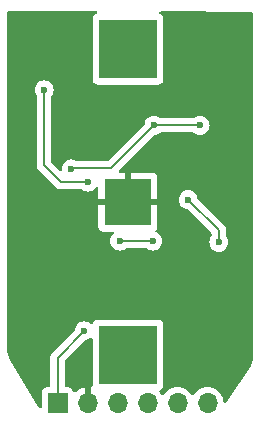
<source format=gbr>
%TF.GenerationSoftware,KiCad,Pcbnew,8.0.6*%
%TF.CreationDate,2024-11-07T13:03:47-03:00*%
%TF.ProjectId,dice-keychain,64696365-2d6b-4657-9963-6861696e2e6b,rev?*%
%TF.SameCoordinates,Original*%
%TF.FileFunction,Copper,L2,Bot*%
%TF.FilePolarity,Positive*%
%FSLAX46Y46*%
G04 Gerber Fmt 4.6, Leading zero omitted, Abs format (unit mm)*
G04 Created by KiCad (PCBNEW 8.0.6) date 2024-11-07 13:03:47*
%MOMM*%
%LPD*%
G01*
G04 APERTURE LIST*
%TA.AperFunction,ComponentPad*%
%ADD10R,1.700000X1.700000*%
%TD*%
%TA.AperFunction,ComponentPad*%
%ADD11O,1.700000X1.700000*%
%TD*%
%TA.AperFunction,SMDPad,CuDef*%
%ADD12R,4.000000X4.000000*%
%TD*%
%TA.AperFunction,SMDPad,CuDef*%
%ADD13R,5.000000X5.000000*%
%TD*%
%TA.AperFunction,ViaPad*%
%ADD14C,0.600000*%
%TD*%
%TA.AperFunction,Conductor*%
%ADD15C,0.200000*%
%TD*%
G04 APERTURE END LIST*
D10*
%TO.P,J1,1,Pin_1*%
%TO.N,VCC*%
X105340000Y-93900000D03*
D11*
%TO.P,J1,2,Pin_2*%
%TO.N,GND*%
X107880000Y-93900000D03*
%TO.P,J1,3,Pin_3*%
%TO.N,D10_Reset*%
X110420000Y-93900000D03*
%TO.P,J1,4,Pin_4*%
%TO.N,D11_Mosi*%
X112960000Y-93900000D03*
%TO.P,J1,5,Pin_5*%
%TO.N,D12_Miso*%
X115500000Y-93900000D03*
%TO.P,J1,6,Pin_6*%
%TO.N,D13_Sck*%
X118040000Y-93900000D03*
%TD*%
D12*
%TO.P,BT1,2,-*%
%TO.N,GND*%
X111300000Y-76900000D03*
D13*
%TO.P,BT1,1,+*%
%TO.N,Net-(BT1-+)*%
X111300000Y-89850000D03*
X111300000Y-63950000D03*
%TD*%
D14*
%TO.N,GND*%
X103700000Y-92800000D03*
X106800000Y-92600000D03*
X107600000Y-81600000D03*
X110400000Y-72300000D03*
%TO.N,Net-(D3-K)*%
X113500000Y-70400000D03*
X117400000Y-70400000D03*
X106500000Y-74100000D03*
%TO.N,LED1*%
X107900000Y-75200000D03*
%TO.N,VCC*%
X107600000Y-87800000D03*
%TO.N,D13_Sck*%
X116395000Y-76695000D03*
X119000000Y-80300000D03*
%TO.N,D11_Mosi*%
X110600000Y-80200000D03*
X113400000Y-80200000D03*
%TO.N,Net-(BT1-+)*%
X109900000Y-88000000D03*
X113100000Y-88000000D03*
%TO.N,LED1*%
X104200000Y-67400000D03*
%TD*%
D15*
%TO.N,Net-(D3-K)*%
X117400000Y-70400000D02*
X113500000Y-70400000D01*
X106600000Y-74000000D02*
X109900000Y-74000000D01*
X106500000Y-74100000D02*
X106600000Y-74000000D01*
X109900000Y-74000000D02*
X113500000Y-70400000D01*
%TO.N,LED1*%
X105600000Y-75200000D02*
X107900000Y-75200000D01*
%TO.N,VCC*%
X105340000Y-90060000D02*
X105340000Y-93900000D01*
X107600000Y-87800000D02*
X105340000Y-90060000D01*
%TO.N,D13_Sck*%
X116395000Y-76695000D02*
X119000000Y-79300000D01*
X119000000Y-79300000D02*
X119000000Y-80300000D01*
%TO.N,D11_Mosi*%
X113400000Y-80200000D02*
X110600000Y-80200000D01*
%TO.N,LED1*%
X104200000Y-73800000D02*
X105600000Y-75200000D01*
X104200000Y-67400000D02*
X104200000Y-73800000D01*
%TD*%
%TA.AperFunction,Conductor*%
%TO.N,GND*%
G36*
X108592274Y-60737166D02*
G01*
X108659220Y-60757158D01*
X108704732Y-60810171D01*
X108714359Y-60879375D01*
X108685042Y-60942797D01*
X108635037Y-60977347D01*
X108557669Y-61006203D01*
X108557664Y-61006206D01*
X108442455Y-61092452D01*
X108442452Y-61092455D01*
X108356206Y-61207664D01*
X108356202Y-61207671D01*
X108305908Y-61342517D01*
X108299501Y-61402116D01*
X108299501Y-61402123D01*
X108299500Y-61402135D01*
X108299500Y-66497870D01*
X108299501Y-66497876D01*
X108305908Y-66557483D01*
X108356202Y-66692328D01*
X108356206Y-66692335D01*
X108442452Y-66807544D01*
X108442455Y-66807547D01*
X108557664Y-66893793D01*
X108557671Y-66893797D01*
X108692517Y-66944091D01*
X108692516Y-66944091D01*
X108699444Y-66944835D01*
X108752127Y-66950500D01*
X113847872Y-66950499D01*
X113907483Y-66944091D01*
X114042331Y-66893796D01*
X114157546Y-66807546D01*
X114243796Y-66692331D01*
X114294091Y-66557483D01*
X114300500Y-66497873D01*
X114300499Y-61402128D01*
X114294091Y-61342517D01*
X114243796Y-61207669D01*
X114243795Y-61207668D01*
X114243793Y-61207664D01*
X114157547Y-61092455D01*
X114157544Y-61092452D01*
X114042335Y-61006206D01*
X114042329Y-61006203D01*
X114032407Y-61002502D01*
X113976475Y-60960629D01*
X113952060Y-60895164D01*
X113966913Y-60826891D01*
X114016320Y-60777487D01*
X114076309Y-60762322D01*
X121776071Y-60797642D01*
X121843017Y-60817634D01*
X121888529Y-60870647D01*
X121899500Y-60921641D01*
X121899500Y-90192565D01*
X121892288Y-90234236D01*
X121722909Y-90708943D01*
X121709295Y-90736055D01*
X119615282Y-93877074D01*
X119561717Y-93921935D01*
X119492401Y-93930715D01*
X119429342Y-93900626D01*
X119392561Y-93841222D01*
X119388581Y-93819106D01*
X119375063Y-93664592D01*
X119313903Y-93436337D01*
X119214035Y-93222171D01*
X119208425Y-93214158D01*
X119078494Y-93028597D01*
X118911402Y-92861506D01*
X118911395Y-92861501D01*
X118717834Y-92725967D01*
X118717830Y-92725965D01*
X118717828Y-92725964D01*
X118503663Y-92626097D01*
X118503659Y-92626096D01*
X118503655Y-92626094D01*
X118275413Y-92564938D01*
X118275403Y-92564936D01*
X118040001Y-92544341D01*
X118039999Y-92544341D01*
X117804596Y-92564936D01*
X117804586Y-92564938D01*
X117576344Y-92626094D01*
X117576335Y-92626098D01*
X117362171Y-92725964D01*
X117362169Y-92725965D01*
X117168597Y-92861505D01*
X117001505Y-93028597D01*
X116871575Y-93214158D01*
X116816998Y-93257783D01*
X116747500Y-93264977D01*
X116685145Y-93233454D01*
X116668425Y-93214158D01*
X116538494Y-93028597D01*
X116371402Y-92861506D01*
X116371395Y-92861501D01*
X116177834Y-92725967D01*
X116177830Y-92725965D01*
X116177828Y-92725964D01*
X115963663Y-92626097D01*
X115963659Y-92626096D01*
X115963655Y-92626094D01*
X115735413Y-92564938D01*
X115735403Y-92564936D01*
X115500001Y-92544341D01*
X115499999Y-92544341D01*
X115264596Y-92564936D01*
X115264586Y-92564938D01*
X115036344Y-92626094D01*
X115036335Y-92626098D01*
X114822171Y-92725964D01*
X114822169Y-92725965D01*
X114628597Y-92861505D01*
X114461505Y-93028597D01*
X114331575Y-93214158D01*
X114276998Y-93257783D01*
X114207500Y-93264977D01*
X114145145Y-93233454D01*
X114128425Y-93214158D01*
X113998494Y-93028597D01*
X113975821Y-93005924D01*
X113942336Y-92944601D01*
X113947320Y-92874909D01*
X113989192Y-92818976D01*
X114020164Y-92802063D01*
X114042331Y-92793796D01*
X114157546Y-92707546D01*
X114243796Y-92592331D01*
X114294091Y-92457483D01*
X114300500Y-92397873D01*
X114300499Y-87302128D01*
X114294091Y-87242517D01*
X114262335Y-87157376D01*
X114243797Y-87107671D01*
X114243793Y-87107664D01*
X114157547Y-86992455D01*
X114157544Y-86992452D01*
X114042335Y-86906206D01*
X114042328Y-86906202D01*
X113907482Y-86855908D01*
X113907483Y-86855908D01*
X113847883Y-86849501D01*
X113847881Y-86849500D01*
X113847873Y-86849500D01*
X113847864Y-86849500D01*
X108752129Y-86849500D01*
X108752123Y-86849501D01*
X108692516Y-86855908D01*
X108557671Y-86906202D01*
X108557664Y-86906206D01*
X108442455Y-86992452D01*
X108442452Y-86992455D01*
X108356206Y-87107664D01*
X108356203Y-87107669D01*
X108337664Y-87157376D01*
X108295792Y-87213309D01*
X108230328Y-87237726D01*
X108162055Y-87222874D01*
X108133801Y-87201723D01*
X108102262Y-87170184D01*
X107949523Y-87074211D01*
X107779254Y-87014631D01*
X107779249Y-87014630D01*
X107600004Y-86994435D01*
X107599996Y-86994435D01*
X107420750Y-87014630D01*
X107420745Y-87014631D01*
X107250476Y-87074211D01*
X107097737Y-87170184D01*
X106970184Y-87297737D01*
X106874210Y-87450478D01*
X106814630Y-87620750D01*
X106804837Y-87707667D01*
X106777770Y-87772081D01*
X106769298Y-87781464D01*
X104971286Y-89579478D01*
X104859481Y-89691282D01*
X104859479Y-89691285D01*
X104836538Y-89731021D01*
X104813596Y-89770758D01*
X104780423Y-89828215D01*
X104739499Y-89980943D01*
X104739499Y-89980945D01*
X104739499Y-90149046D01*
X104739500Y-90149059D01*
X104739500Y-92425500D01*
X104719815Y-92492539D01*
X104667011Y-92538294D01*
X104615501Y-92549500D01*
X104442130Y-92549500D01*
X104442123Y-92549501D01*
X104382516Y-92555908D01*
X104247671Y-92606202D01*
X104247664Y-92606206D01*
X104132455Y-92692452D01*
X104132452Y-92692455D01*
X104046206Y-92807664D01*
X104046202Y-92807671D01*
X103995908Y-92942517D01*
X103989501Y-93002116D01*
X103989500Y-93002135D01*
X103989500Y-94231135D01*
X103969815Y-94298174D01*
X103917011Y-94343929D01*
X103847853Y-94353873D01*
X103784297Y-94324848D01*
X103774415Y-94315275D01*
X103729955Y-94267145D01*
X103715371Y-94247890D01*
X103111828Y-93264977D01*
X101392652Y-90465177D01*
X101381228Y-90441092D01*
X101252325Y-90071009D01*
X101250137Y-90064080D01*
X101097307Y-89525521D01*
X101092598Y-89491645D01*
X101095442Y-78947844D01*
X108800000Y-78947844D01*
X108806401Y-79007372D01*
X108806403Y-79007379D01*
X108856645Y-79142086D01*
X108856649Y-79142093D01*
X108942809Y-79257187D01*
X108942812Y-79257190D01*
X109057906Y-79343350D01*
X109057913Y-79343354D01*
X109192620Y-79393596D01*
X109192627Y-79393598D01*
X109252155Y-79399999D01*
X109252172Y-79400000D01*
X109968560Y-79400000D01*
X110035599Y-79419685D01*
X110081354Y-79472489D01*
X110091298Y-79541647D01*
X110062273Y-79605203D01*
X110056241Y-79611681D01*
X109970184Y-79697737D01*
X109874211Y-79850476D01*
X109814631Y-80020745D01*
X109814630Y-80020750D01*
X109794435Y-80199996D01*
X109794435Y-80200003D01*
X109814630Y-80379249D01*
X109814631Y-80379254D01*
X109874211Y-80549523D01*
X109937045Y-80649522D01*
X109970184Y-80702262D01*
X110097738Y-80829816D01*
X110250478Y-80925789D01*
X110261984Y-80929815D01*
X110420745Y-80985368D01*
X110420750Y-80985369D01*
X110599996Y-81005565D01*
X110600000Y-81005565D01*
X110600004Y-81005565D01*
X110779249Y-80985369D01*
X110779252Y-80985368D01*
X110779255Y-80985368D01*
X110949522Y-80925789D01*
X111102262Y-80829816D01*
X111102267Y-80829810D01*
X111105097Y-80827555D01*
X111107275Y-80826665D01*
X111108158Y-80826111D01*
X111108255Y-80826265D01*
X111169783Y-80801145D01*
X111182412Y-80800500D01*
X112817588Y-80800500D01*
X112884627Y-80820185D01*
X112894903Y-80827555D01*
X112897736Y-80829814D01*
X112897738Y-80829816D01*
X113050478Y-80925789D01*
X113061984Y-80929815D01*
X113220745Y-80985368D01*
X113220750Y-80985369D01*
X113399996Y-81005565D01*
X113400000Y-81005565D01*
X113400004Y-81005565D01*
X113579249Y-80985369D01*
X113579252Y-80985368D01*
X113579255Y-80985368D01*
X113749522Y-80925789D01*
X113902262Y-80829816D01*
X114029816Y-80702262D01*
X114125789Y-80549522D01*
X114185368Y-80379255D01*
X114185369Y-80379249D01*
X114205565Y-80200003D01*
X114205565Y-80199996D01*
X114185369Y-80020750D01*
X114185368Y-80020745D01*
X114125789Y-79850478D01*
X114090864Y-79794896D01*
X114029815Y-79697737D01*
X113902262Y-79570184D01*
X113749521Y-79474210D01*
X113706626Y-79459201D01*
X113649850Y-79418479D01*
X113624102Y-79353527D01*
X113637558Y-79284965D01*
X113652415Y-79264692D01*
X113651875Y-79264288D01*
X113743350Y-79142093D01*
X113743354Y-79142086D01*
X113793596Y-79007379D01*
X113793598Y-79007372D01*
X113799999Y-78947844D01*
X113800000Y-78947827D01*
X113800000Y-77150000D01*
X108800000Y-77150000D01*
X108800000Y-78947844D01*
X101095442Y-78947844D01*
X101096050Y-76694996D01*
X115589435Y-76694996D01*
X115589435Y-76695003D01*
X115609630Y-76874249D01*
X115609631Y-76874254D01*
X115669211Y-77044523D01*
X115735487Y-77150000D01*
X115765184Y-77197262D01*
X115892738Y-77324816D01*
X116045478Y-77420789D01*
X116215745Y-77480368D01*
X116302669Y-77490161D01*
X116367080Y-77517226D01*
X116376465Y-77525700D01*
X118363181Y-79512416D01*
X118396666Y-79573739D01*
X118399500Y-79600097D01*
X118399500Y-79717587D01*
X118379815Y-79784626D01*
X118372450Y-79794896D01*
X118370186Y-79797734D01*
X118274211Y-79950476D01*
X118214631Y-80120745D01*
X118214630Y-80120750D01*
X118194435Y-80299996D01*
X118194435Y-80300003D01*
X118214630Y-80479249D01*
X118214631Y-80479254D01*
X118274211Y-80649523D01*
X118369077Y-80800500D01*
X118370184Y-80802262D01*
X118497738Y-80929816D01*
X118650478Y-81025789D01*
X118820745Y-81085368D01*
X118820750Y-81085369D01*
X118999996Y-81105565D01*
X119000000Y-81105565D01*
X119000004Y-81105565D01*
X119179249Y-81085369D01*
X119179252Y-81085368D01*
X119179255Y-81085368D01*
X119349522Y-81025789D01*
X119502262Y-80929816D01*
X119629816Y-80802262D01*
X119725789Y-80649522D01*
X119785368Y-80479255D01*
X119785369Y-80479249D01*
X119805565Y-80300003D01*
X119805565Y-80299996D01*
X119785369Y-80120750D01*
X119785368Y-80120745D01*
X119725788Y-79950476D01*
X119662955Y-79850478D01*
X119629816Y-79797738D01*
X119629814Y-79797736D01*
X119629813Y-79797734D01*
X119627550Y-79794896D01*
X119626659Y-79792715D01*
X119626111Y-79791842D01*
X119626264Y-79791745D01*
X119601144Y-79730209D01*
X119600500Y-79717587D01*
X119600500Y-79220945D01*
X119600500Y-79220943D01*
X119559577Y-79068216D01*
X119490071Y-78947827D01*
X119480524Y-78931290D01*
X119480521Y-78931286D01*
X119480520Y-78931284D01*
X119368716Y-78819480D01*
X119368715Y-78819479D01*
X119364385Y-78815149D01*
X119364374Y-78815139D01*
X117225700Y-76676465D01*
X117192215Y-76615142D01*
X117190163Y-76602686D01*
X117180368Y-76515745D01*
X117120789Y-76345478D01*
X117024816Y-76192738D01*
X116897262Y-76065184D01*
X116744523Y-75969211D01*
X116574254Y-75909631D01*
X116574249Y-75909630D01*
X116395004Y-75889435D01*
X116394996Y-75889435D01*
X116215750Y-75909630D01*
X116215745Y-75909631D01*
X116045476Y-75969211D01*
X115892737Y-76065184D01*
X115765184Y-76192737D01*
X115669211Y-76345476D01*
X115609631Y-76515745D01*
X115609630Y-76515750D01*
X115589435Y-76694996D01*
X101096050Y-76694996D01*
X101098557Y-67399996D01*
X103394435Y-67399996D01*
X103394435Y-67400003D01*
X103414630Y-67579249D01*
X103414631Y-67579254D01*
X103474211Y-67749523D01*
X103570185Y-67902263D01*
X103572445Y-67905097D01*
X103573334Y-67907275D01*
X103573889Y-67908158D01*
X103573734Y-67908255D01*
X103598855Y-67969783D01*
X103599500Y-67982412D01*
X103599500Y-73713330D01*
X103599499Y-73713348D01*
X103599499Y-73879054D01*
X103599498Y-73879054D01*
X103599499Y-73879057D01*
X103640423Y-74031785D01*
X103667716Y-74079057D01*
X103679809Y-74100003D01*
X103719479Y-74168714D01*
X103719481Y-74168717D01*
X103838349Y-74287585D01*
X103838355Y-74287590D01*
X105115139Y-75564374D01*
X105115149Y-75564385D01*
X105119479Y-75568715D01*
X105119480Y-75568716D01*
X105231284Y-75680520D01*
X105318095Y-75730639D01*
X105318097Y-75730641D01*
X105356151Y-75752611D01*
X105368215Y-75759577D01*
X105520943Y-75800501D01*
X105520946Y-75800501D01*
X105686653Y-75800501D01*
X105686669Y-75800500D01*
X107317588Y-75800500D01*
X107384627Y-75820185D01*
X107394903Y-75827555D01*
X107397736Y-75829814D01*
X107397738Y-75829816D01*
X107550478Y-75925789D01*
X107674571Y-75969211D01*
X107720745Y-75985368D01*
X107720750Y-75985369D01*
X107899996Y-76005565D01*
X107900000Y-76005565D01*
X107900004Y-76005565D01*
X108079249Y-75985369D01*
X108079252Y-75985368D01*
X108079255Y-75985368D01*
X108249522Y-75925789D01*
X108402262Y-75829816D01*
X108529816Y-75702262D01*
X108571006Y-75636707D01*
X108623341Y-75590417D01*
X108692394Y-75579769D01*
X108756243Y-75608144D01*
X108794615Y-75666533D01*
X108800000Y-75702680D01*
X108800000Y-76650000D01*
X111050000Y-76650000D01*
X111550000Y-76650000D01*
X113800000Y-76650000D01*
X113800000Y-74852172D01*
X113799999Y-74852155D01*
X113793598Y-74792627D01*
X113793596Y-74792620D01*
X113743354Y-74657913D01*
X113743350Y-74657906D01*
X113657190Y-74542812D01*
X113657187Y-74542809D01*
X113542093Y-74456649D01*
X113542086Y-74456645D01*
X113407379Y-74406403D01*
X113407372Y-74406401D01*
X113347844Y-74400000D01*
X111550000Y-74400000D01*
X111550000Y-76650000D01*
X111050000Y-76650000D01*
X111050000Y-74400000D01*
X110648596Y-74400000D01*
X110581557Y-74380315D01*
X110535802Y-74327511D01*
X110525858Y-74258353D01*
X110554883Y-74194797D01*
X110560915Y-74188319D01*
X111454799Y-73294435D01*
X113518535Y-71230698D01*
X113579856Y-71197215D01*
X113592311Y-71195163D01*
X113679255Y-71185368D01*
X113849522Y-71125789D01*
X114002262Y-71029816D01*
X114002267Y-71029810D01*
X114005097Y-71027555D01*
X114007275Y-71026665D01*
X114008158Y-71026111D01*
X114008255Y-71026265D01*
X114069783Y-71001145D01*
X114082412Y-71000500D01*
X116817588Y-71000500D01*
X116884627Y-71020185D01*
X116894903Y-71027555D01*
X116897736Y-71029814D01*
X116897738Y-71029816D01*
X117050478Y-71125789D01*
X117220742Y-71185367D01*
X117220745Y-71185368D01*
X117220750Y-71185369D01*
X117399996Y-71205565D01*
X117400000Y-71205565D01*
X117400004Y-71205565D01*
X117579249Y-71185369D01*
X117579252Y-71185368D01*
X117579255Y-71185368D01*
X117749522Y-71125789D01*
X117902262Y-71029816D01*
X118029816Y-70902262D01*
X118125789Y-70749522D01*
X118185368Y-70579255D01*
X118205565Y-70400000D01*
X118202419Y-70372082D01*
X118185369Y-70220750D01*
X118185368Y-70220745D01*
X118125788Y-70050476D01*
X118029815Y-69897737D01*
X117902262Y-69770184D01*
X117749523Y-69674211D01*
X117579254Y-69614631D01*
X117579249Y-69614630D01*
X117400004Y-69594435D01*
X117399996Y-69594435D01*
X117220750Y-69614630D01*
X117220745Y-69614631D01*
X117050476Y-69674211D01*
X116897736Y-69770185D01*
X116894903Y-69772445D01*
X116892724Y-69773334D01*
X116891842Y-69773889D01*
X116891744Y-69773734D01*
X116830217Y-69798855D01*
X116817588Y-69799500D01*
X114082412Y-69799500D01*
X114015373Y-69779815D01*
X114005097Y-69772445D01*
X114002263Y-69770185D01*
X114002262Y-69770184D01*
X113945496Y-69734515D01*
X113849523Y-69674211D01*
X113679254Y-69614631D01*
X113679249Y-69614630D01*
X113500004Y-69594435D01*
X113499996Y-69594435D01*
X113320750Y-69614630D01*
X113320745Y-69614631D01*
X113150476Y-69674211D01*
X112997737Y-69770184D01*
X112870184Y-69897737D01*
X112774210Y-70050478D01*
X112714630Y-70220750D01*
X112704837Y-70307668D01*
X112677770Y-70372082D01*
X112669298Y-70381465D01*
X109687584Y-73363181D01*
X109626261Y-73396666D01*
X109599903Y-73399500D01*
X106925494Y-73399500D01*
X106859523Y-73380494D01*
X106849525Y-73374212D01*
X106679254Y-73314631D01*
X106679249Y-73314630D01*
X106500004Y-73294435D01*
X106499996Y-73294435D01*
X106320750Y-73314630D01*
X106320745Y-73314631D01*
X106150476Y-73374211D01*
X105997737Y-73470184D01*
X105870184Y-73597737D01*
X105774211Y-73750476D01*
X105714631Y-73920745D01*
X105714630Y-73920750D01*
X105694435Y-74099996D01*
X105694435Y-74100003D01*
X105698591Y-74136891D01*
X105686536Y-74205713D01*
X105639187Y-74257092D01*
X105571577Y-74274716D01*
X105505171Y-74252989D01*
X105487690Y-74238455D01*
X104836819Y-73587584D01*
X104803334Y-73526261D01*
X104800500Y-73499903D01*
X104800500Y-67982412D01*
X104820185Y-67915373D01*
X104827555Y-67905097D01*
X104829810Y-67902267D01*
X104829816Y-67902262D01*
X104925789Y-67749522D01*
X104985368Y-67579255D01*
X105005565Y-67400000D01*
X104985368Y-67220745D01*
X104925789Y-67050478D01*
X104829816Y-66897738D01*
X104702262Y-66770184D01*
X104549523Y-66674211D01*
X104379254Y-66614631D01*
X104379249Y-66614630D01*
X104200004Y-66594435D01*
X104199996Y-66594435D01*
X104020750Y-66614630D01*
X104020745Y-66614631D01*
X103850476Y-66674211D01*
X103697737Y-66770184D01*
X103570184Y-66897737D01*
X103474211Y-67050476D01*
X103414631Y-67220745D01*
X103414630Y-67220750D01*
X103394435Y-67399996D01*
X101098557Y-67399996D01*
X101100330Y-60827335D01*
X101120033Y-60760302D01*
X101172849Y-60714562D01*
X101224897Y-60703371D01*
X108592274Y-60737166D01*
G37*
%TD.AperFunction*%
%TA.AperFunction,Conductor*%
G36*
X108231547Y-88419401D02*
G01*
X108282450Y-88467261D01*
X108299500Y-88530012D01*
X108299500Y-92397870D01*
X108299501Y-92397881D01*
X108304176Y-92441373D01*
X108291768Y-92510132D01*
X108244156Y-92561268D01*
X108176456Y-92578545D01*
X108148793Y-92574399D01*
X108130000Y-92569363D01*
X108130000Y-93466988D01*
X108072993Y-93434075D01*
X107945826Y-93400000D01*
X107814174Y-93400000D01*
X107687007Y-93434075D01*
X107630000Y-93466988D01*
X107630000Y-92569364D01*
X107629999Y-92569364D01*
X107416513Y-92626567D01*
X107416507Y-92626570D01*
X107202422Y-92726399D01*
X107202420Y-92726400D01*
X107008926Y-92861886D01*
X106886865Y-92983947D01*
X106825542Y-93017431D01*
X106755850Y-93012447D01*
X106699917Y-92970575D01*
X106683002Y-92939598D01*
X106633797Y-92807671D01*
X106633793Y-92807664D01*
X106547547Y-92692455D01*
X106547544Y-92692452D01*
X106432335Y-92606206D01*
X106432328Y-92606202D01*
X106297482Y-92555908D01*
X106297483Y-92555908D01*
X106237883Y-92549501D01*
X106237881Y-92549500D01*
X106237873Y-92549500D01*
X106237865Y-92549500D01*
X106064500Y-92549500D01*
X105997461Y-92529815D01*
X105951706Y-92477011D01*
X105940500Y-92425500D01*
X105940500Y-90360097D01*
X105960185Y-90293058D01*
X105976819Y-90272416D01*
X106757594Y-89491641D01*
X107618536Y-88630698D01*
X107679857Y-88597215D01*
X107692310Y-88595163D01*
X107779255Y-88585368D01*
X107949522Y-88525789D01*
X108102262Y-88429816D01*
X108102262Y-88429815D01*
X108108158Y-88426111D01*
X108109602Y-88428409D01*
X108162849Y-88406659D01*
X108231547Y-88419401D01*
G37*
%TD.AperFunction*%
%TD*%
M02*

</source>
